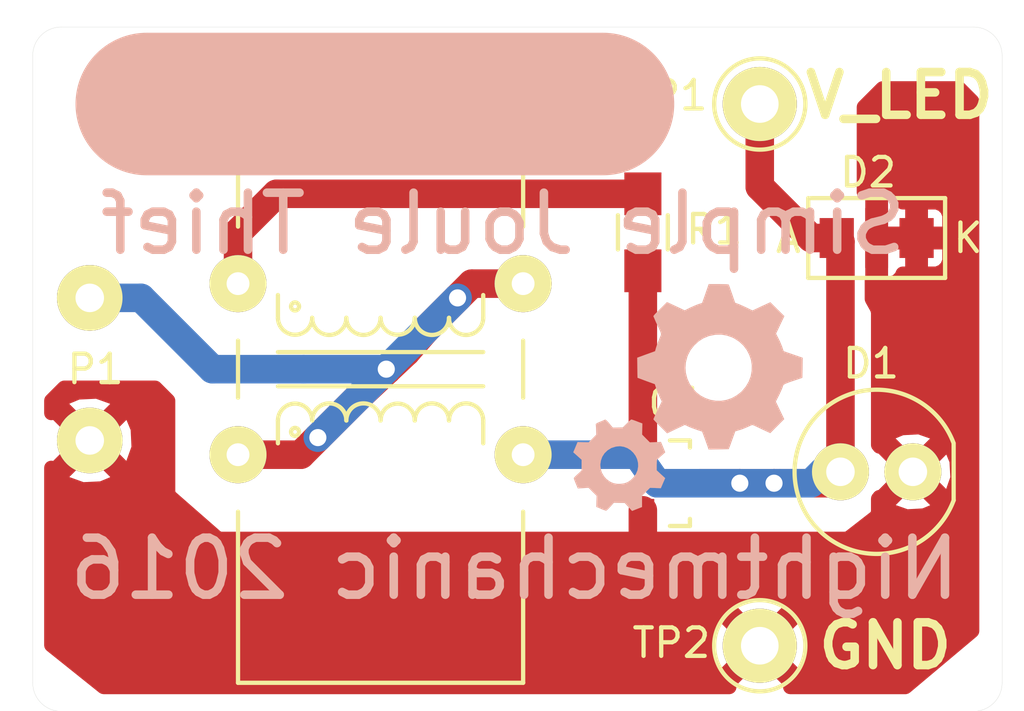
<source format=kicad_pcb>
(kicad_pcb (version 4) (host pcbnew 4.0.1-stable)

  (general
    (links 13)
    (no_connects 0)
    (area 134.475 91.675 171.017858 117.005001)
    (thickness 1.6)
    (drawings 13)
    (tracks 51)
    (zones 0)
    (modules 9)
    (nets 6)
  )

  (page A4)
  (layers
    (0 F.Cu signal)
    (31 B.Cu signal)
    (32 B.Adhes user)
    (33 F.Adhes user)
    (34 B.Paste user)
    (35 F.Paste user)
    (36 B.SilkS user)
    (37 F.SilkS user)
    (38 B.Mask user)
    (39 F.Mask user)
    (40 Dwgs.User user)
    (41 Cmts.User user)
    (42 Eco1.User user)
    (43 Eco2.User user)
    (44 Edge.Cuts user)
    (45 Margin user)
    (46 B.CrtYd user)
    (47 F.CrtYd user)
    (48 B.Fab user)
    (49 F.Fab user)
  )

  (setup
    (last_trace_width 1)
    (trace_clearance 0.3)
    (zone_clearance 0.35)
    (zone_45_only no)
    (trace_min 0.2)
    (segment_width 0.2)
    (edge_width 0.01)
    (via_size 1)
    (via_drill 0.6)
    (via_min_size 0.4)
    (via_min_drill 0.3)
    (uvia_size 0.3)
    (uvia_drill 0.1)
    (uvias_allowed no)
    (uvia_min_size 0.2)
    (uvia_min_drill 0.1)
    (pcb_text_width 0.3)
    (pcb_text_size 1.5 1.5)
    (mod_edge_width 0.15)
    (mod_text_size 1 1)
    (mod_text_width 0.15)
    (pad_size 1.524 1.524)
    (pad_drill 0.762)
    (pad_to_mask_clearance 0.075)
    (aux_axis_origin 0 0)
    (visible_elements 7FFEFFFF)
    (pcbplotparams
      (layerselection 0x010f0_80000001)
      (usegerberextensions true)
      (excludeedgelayer true)
      (linewidth 0.100000)
      (plotframeref false)
      (viasonmask false)
      (mode 1)
      (useauxorigin false)
      (hpglpennumber 1)
      (hpglpenspeed 20)
      (hpglpendiameter 15)
      (hpglpenoverlay 2)
      (psnegative false)
      (psa4output false)
      (plotreference true)
      (plotvalue true)
      (plotinvisibletext false)
      (padsonsilk false)
      (subtractmaskfromsilk false)
      (outputformat 1)
      (mirror false)
      (drillshape 0)
      (scaleselection 1)
      (outputdirectory "Fabrication files/"))
  )

  (net 0 "")
  (net 1 "Net-(D1-Pad1)")
  (net 2 "Net-(D1-Pad2)")
  (net 3 "Net-(P1-Pad2)")
  (net 4 "Net-(Q1-Pad1)")
  (net 5 "Net-(R1-Pad2)")

  (net_class Default "This is the default net class."
    (clearance 0.3)
    (trace_width 1)
    (via_dia 1)
    (via_drill 0.6)
    (uvia_dia 0.3)
    (uvia_drill 0.1)
    (add_net "Net-(D1-Pad1)")
    (add_net "Net-(D1-Pad2)")
    (add_net "Net-(P1-Pad2)")
    (add_net "Net-(Q1-Pad1)")
    (add_net "Net-(R1-Pad2)")
  )

  (net_class thin ""
    (clearance 0.2)
    (trace_width 0.7)
    (via_dia 0.7)
    (via_drill 0.6)
    (uvia_dia 0.3)
    (uvia_drill 0.1)
  )

  (module LED_5mm (layer F.Cu) (tedit 56DD546E) (tstamp 56DD5383)
    (at 165.6 108.6 180)
    (path /56DD3D51)
    (fp_text reference D1 (at 0.2 3.8 180) (layer F.SilkS)
      (effects (font (size 1 1) (thickness 0.15)))
    )
    (fp_text value LED (at 0.4 -3.6 180) (layer F.Fab)
      (effects (font (size 1 1) (thickness 0.15)))
    )
    (fp_line (start -2.7 -1) (end -2.7 1) (layer F.SilkS) (width 0.15))
    (fp_arc (start 0 0) (end -2.7 -1) (angle 319) (layer F.SilkS) (width 0.15))
    (pad 1 thru_hole circle (at -1.27 0 180) (size 2 2) (drill 1) (layers *.Cu *.Mask F.SilkS)
      (net 1 "Net-(D1-Pad1)"))
    (pad 2 thru_hole circle (at 1.27 0 180) (size 2 2) (drill 1) (layers *.Cu *.Mask F.SilkS)
      (net 2 "Net-(D1-Pad2)"))
  )

  (module nightmechanic_pcb:LED_PLCC_2_HEATPAD (layer F.Cu) (tedit 56E1FAF2) (tstamp 56DD538A)
    (at 165.6 100.4 180)
    (path /56DD3DD2)
    (fp_text reference D2 (at 0.3 2.3 180) (layer F.SilkS)
      (effects (font (size 1 1) (thickness 0.15)))
    )
    (fp_text value LED (at -0.2 -3.7 180) (layer F.Fab)
      (effects (font (size 1 1) (thickness 0.15)))
    )
    (fp_text user K (at -3.2 0 180) (layer F.SilkS)
      (effects (font (size 1 1) (thickness 0.15)))
    )
    (fp_text user A (at 3.1 0 180) (layer F.SilkS)
      (effects (font (size 1 1) (thickness 0.15)))
    )
    (fp_line (start 2.3 1.4) (end -2.4 1.4) (layer F.SilkS) (width 0.15))
    (fp_line (start -2.4 1.4) (end -2.4 -1.4) (layer F.SilkS) (width 0.15))
    (fp_line (start -2.4 -1.4) (end 2.4 -1.4) (layer F.SilkS) (width 0.15))
    (fp_line (start 2.4 -1.4) (end 2.4 1.4) (layer F.SilkS) (width 0.15))
    (pad 1 smd rect (at -1.4 0 180) (size 1.2 1.4) (layers F.Cu F.Paste F.Mask)
      (net 1 "Net-(D1-Pad1)"))
    (pad 2 smd rect (at 1.4 0 180) (size 1.2 1.4) (layers F.Cu F.Paste F.Mask)
      (net 2 "Net-(D1-Pad2)"))
    (pad 1 smd rect (at 0 0 180) (size 0.8 2.1) (layers F.Cu F.Paste F.Mask)
      (net 1 "Net-(D1-Pad1)"))
  )

  (module nightmechanic_pcb:conn_2_5mm (layer F.Cu) (tedit 56DD5A95) (tstamp 56DD5390)
    (at 138 105 90)
    (path /56DD3E1F)
    (fp_text reference P1 (at 0 0.2 180) (layer F.SilkS)
      (effects (font (size 1 1) (thickness 0.15)))
    )
    (fp_text value CONN_01X02 (at 0 -2.3 90) (layer F.Fab)
      (effects (font (size 1 1) (thickness 0.15)))
    )
    (pad 1 thru_hole circle (at -2.5 0 90) (size 2.3 2.3) (drill 1) (layers *.Cu *.Mask F.SilkS)
      (net 1 "Net-(D1-Pad1)"))
    (pad 2 thru_hole circle (at 2.5 0 90) (size 2.3 2.3) (drill 1) (layers *.Cu *.Mask F.SilkS)
      (net 3 "Net-(P1-Pad2)"))
  )

  (module TO_SOT_Packages_SMD:SOT-23 (layer F.Cu) (tedit 56DD5A81) (tstamp 56DD5397)
    (at 158.4 109 270)
    (descr "SOT-23, Standard")
    (tags SOT-23)
    (path /56DD387D)
    (attr smd)
    (fp_text reference Q1 (at -2.8 -0.2 360) (layer F.SilkS)
      (effects (font (size 1 1) (thickness 0.15)))
    )
    (fp_text value MMBT3904 (at 0 2.3 270) (layer F.Fab)
      (effects (font (size 1 1) (thickness 0.15)))
    )
    (fp_line (start -1.65 -1.6) (end 1.65 -1.6) (layer F.CrtYd) (width 0.05))
    (fp_line (start 1.65 -1.6) (end 1.65 1.6) (layer F.CrtYd) (width 0.05))
    (fp_line (start 1.65 1.6) (end -1.65 1.6) (layer F.CrtYd) (width 0.05))
    (fp_line (start -1.65 1.6) (end -1.65 -1.6) (layer F.CrtYd) (width 0.05))
    (fp_line (start 1.29916 -0.65024) (end 1.2509 -0.65024) (layer F.SilkS) (width 0.15))
    (fp_line (start -1.49982 0.0508) (end -1.49982 -0.65024) (layer F.SilkS) (width 0.15))
    (fp_line (start -1.49982 -0.65024) (end -1.2509 -0.65024) (layer F.SilkS) (width 0.15))
    (fp_line (start 1.29916 -0.65024) (end 1.49982 -0.65024) (layer F.SilkS) (width 0.15))
    (fp_line (start 1.49982 -0.65024) (end 1.49982 0.0508) (layer F.SilkS) (width 0.15))
    (pad 1 smd rect (at -0.95 1.00076 270) (size 0.8001 0.8001) (layers F.Cu F.Paste F.Mask)
      (net 4 "Net-(Q1-Pad1)"))
    (pad 2 smd rect (at 0.95 1.00076 270) (size 0.8001 0.8001) (layers F.Cu F.Paste F.Mask)
      (net 1 "Net-(D1-Pad1)"))
    (pad 3 smd rect (at 0 -0.99822 270) (size 0.8001 0.8001) (layers F.Cu F.Paste F.Mask)
      (net 2 "Net-(D1-Pad2)"))
    (model TO_SOT_Packages_SMD.3dshapes/SOT-23.wrl
      (at (xyz 0 0 0))
      (scale (xyz 1 1 1))
      (rotate (xyz 0 0 0))
    )
  )

  (module Resistors_SMD:R_0805_HandSoldering (layer F.Cu) (tedit 56E1FB13) (tstamp 56DD539D)
    (at 157.4 100.2 90)
    (descr "Resistor SMD 0805, hand soldering")
    (tags "resistor 0805")
    (path /56DD38A0)
    (attr smd)
    (fp_text reference R1 (at 0.1 2.5 180) (layer F.SilkS)
      (effects (font (size 1 1) (thickness 0.15)))
    )
    (fp_text value R (at 0 2.1 90) (layer F.Fab)
      (effects (font (size 1 1) (thickness 0.15)))
    )
    (fp_line (start -2.4 -1) (end 2.4 -1) (layer F.CrtYd) (width 0.05))
    (fp_line (start -2.4 1) (end 2.4 1) (layer F.CrtYd) (width 0.05))
    (fp_line (start -2.4 -1) (end -2.4 1) (layer F.CrtYd) (width 0.05))
    (fp_line (start 2.4 -1) (end 2.4 1) (layer F.CrtYd) (width 0.05))
    (fp_line (start 0.6 0.875) (end -0.6 0.875) (layer F.SilkS) (width 0.15))
    (fp_line (start -0.6 -0.875) (end 0.6 -0.875) (layer F.SilkS) (width 0.15))
    (pad 1 smd rect (at -1.35 0 90) (size 1.5 1.3) (layers F.Cu F.Paste F.Mask)
      (net 4 "Net-(Q1-Pad1)"))
    (pad 2 smd rect (at 1.35 0 90) (size 1.5 1.3) (layers F.Cu F.Paste F.Mask)
      (net 5 "Net-(R1-Pad2)"))
    (model Resistors_SMD.3dshapes/R_0805_HandSoldering.wrl
      (at (xyz 0 0 0))
      (scale (xyz 1 1 1))
      (rotate (xyz 0 0 0))
    )
  )

  (module nightmechanic_pcb:Transformer_22x10 (layer F.Cu) (tedit 56DD5A76) (tstamp 56DD53C2)
    (at 148.2 105)
    (path /56DD3CC1)
    (fp_text reference T1 (at 6.2 -9.4) (layer F.SilkS)
      (effects (font (size 1 1) (thickness 0.15)))
    )
    (fp_text value TRANSFORMER (at 0 -12) (layer F.Fab)
      (effects (font (size 1 1) (thickness 0.15)))
    )
    (fp_circle (center -3 2.2) (end -2.9 2.3) (layer F.SilkS) (width 0.15))
    (fp_circle (center -3 -2.2) (end -2.9 -2.1) (layer F.SilkS) (width 0.15))
    (fp_line (start 3.6 1.8) (end 3.6 1.9) (layer F.SilkS) (width 0.15))
    (fp_line (start 3.6 1.9) (end 3.6 2.6) (layer F.SilkS) (width 0.15))
    (fp_arc (start 3 1.8) (end 2.4 1.8) (angle 180) (layer F.SilkS) (width 0.15))
    (fp_arc (start 1.8 1.8) (end 1.2 1.8) (angle 180) (layer F.SilkS) (width 0.15))
    (fp_arc (start 0.6 1.8) (end 0 1.8) (angle 180) (layer F.SilkS) (width 0.15))
    (fp_arc (start -0.6 1.8) (end -1.2 1.8) (angle 180) (layer F.SilkS) (width 0.15))
    (fp_arc (start -1.8 1.8) (end -2.4 1.8) (angle 180) (layer F.SilkS) (width 0.15))
    (fp_line (start -3.6 1.8) (end -3.6 2.6) (layer F.SilkS) (width 0.15))
    (fp_arc (start -3 1.8) (end -3.6 1.8) (angle 180) (layer F.SilkS) (width 0.15))
    (fp_line (start 3.6 -1.8) (end 3.6 -2.6) (layer F.SilkS) (width 0.15))
    (fp_line (start -3.6 -1.8) (end -3.6 -2.6) (layer F.SilkS) (width 0.15))
    (fp_arc (start 3 -1.8) (end 2.4 -1.8) (angle -180) (layer F.SilkS) (width 0.15))
    (fp_arc (start 1.8 -1.8) (end 1.2 -1.8) (angle -180) (layer F.SilkS) (width 0.15))
    (fp_arc (start 0.6 -1.8) (end 0 -1.8) (angle -180) (layer F.SilkS) (width 0.15))
    (fp_arc (start -0.6 -1.8) (end -1.2 -1.8) (angle -180) (layer F.SilkS) (width 0.15))
    (fp_arc (start -1.8 -1.8) (end -2.4 -1.8) (angle -180) (layer F.SilkS) (width 0.15))
    (fp_arc (start -3 -1.8) (end -3.6 -1.8) (angle -180) (layer F.SilkS) (width 0.15))
    (fp_line (start 3.6 0.6) (end -3.6 0.6) (layer F.SilkS) (width 0.15))
    (fp_line (start -3.6 -0.6) (end 3.6 -0.6) (layer F.SilkS) (width 0.15))
    (fp_line (start 5 5) (end 5 11) (layer F.SilkS) (width 0.15))
    (fp_line (start 5 11) (end -5 11) (layer F.SilkS) (width 0.15))
    (fp_line (start -5 11) (end -5 5) (layer F.SilkS) (width 0.15))
    (fp_line (start -5 -11) (end 5 -11) (layer F.SilkS) (width 0.15))
    (fp_line (start 5 -11) (end 5 -5) (layer F.SilkS) (width 0.15))
    (fp_line (start -5 -11) (end -5 -5) (layer F.SilkS) (width 0.15))
    (fp_line (start 5 -1) (end 5 1) (layer F.SilkS) (width 0.15))
    (fp_line (start -5 -1) (end -5 1) (layer F.SilkS) (width 0.15))
    (pad 1 thru_hole circle (at -5 -3) (size 2 2) (drill 0.8) (layers *.Cu *.Mask F.SilkS)
      (net 5 "Net-(R1-Pad2)"))
    (pad 4 thru_hole circle (at -5 3) (size 2 2) (drill 0.8) (layers *.Cu *.Mask F.SilkS)
      (net 3 "Net-(P1-Pad2)"))
    (pad 2 thru_hole circle (at 5 -3) (size 2 2) (drill 0.8) (layers *.Cu *.Mask F.SilkS)
      (net 3 "Net-(P1-Pad2)"))
    (pad 3 thru_hole circle (at 5 3) (size 2 2) (drill 0.8) (layers *.Cu *.Mask F.SilkS)
      (net 2 "Net-(D1-Pad2)"))
  )

  (module nightmechanic_pcb:Test_point_glass_1.32 (layer F.Cu) (tedit 56E1FC1A) (tstamp 56E1FAA4)
    (at 161.5 95.7)
    (path /56E1F83D)
    (fp_text reference TP1 (at -3.2 -0.3) (layer F.SilkS)
      (effects (font (size 1 1) (thickness 0.15)))
    )
    (fp_text value Test_point_loop_1.32mm (at 0 -2.8) (layer F.Fab)
      (effects (font (size 1 1) (thickness 0.15)))
    )
    (fp_circle (center 0 0) (end 0 -1.6) (layer F.SilkS) (width 0.15))
    (pad 1 thru_hole circle (at 0 0) (size 2.6 2.6) (drill 1.32) (layers *.Cu *.Mask F.SilkS)
      (net 2 "Net-(D1-Pad2)"))
  )

  (module nightmechanic_pcb:Test_point_glass_1.32 (layer F.Cu) (tedit 56E1FBE7) (tstamp 56E1FAAA)
    (at 161.5 114.7)
    (path /56E1F8AE)
    (fp_text reference TP2 (at -3.1 -0.1) (layer F.SilkS)
      (effects (font (size 1 1) (thickness 0.15)))
    )
    (fp_text value Test_point_loop_1.32mm (at 0 -2.8) (layer F.Fab)
      (effects (font (size 1 1) (thickness 0.15)))
    )
    (fp_circle (center 0 0) (end 0 -1.6) (layer F.SilkS) (width 0.15))
    (pad 1 thru_hole circle (at 0 0) (size 2.6 2.6) (drill 1.32) (layers *.Cu *.Mask F.SilkS)
      (net 1 "Net-(D1-Pad1)"))
  )

  (module Logos:Gears_F.SilkS_10mm_flipped (layer B.Cu) (tedit 0) (tstamp 56E1FF17)
    (at 159 106)
    (fp_text reference VAL (at 0 0) (layer B.SilkS) hide
      (effects (font (size 0.381 0.381) (thickness 0.127)) (justify mirror))
    )
    (fp_text value REF (at 0 0) (layer B.SilkS) hide
      (effects (font (size 0.381 0.381) (thickness 0.127)) (justify mirror))
    )
    (fp_poly (pts (xy -1.79832 -1.40208) (xy -1.4859 -1.51638) (xy -1.17094 -1.63068) (xy -1.143 -1.73736)
      (xy -1.12776 -1.78562) (xy -1.10998 -1.83896) (xy -1.08712 -1.90246) (xy -1.05664 -1.98374)
      (xy -1.01346 -2.08788) (xy -0.97028 -2.19202) (xy -0.9652 -2.21488) (xy -0.9652 -2.24028)
      (xy -0.97536 -2.27838) (xy -0.99314 -2.33172) (xy -1.0287 -2.40792) (xy -1.07696 -2.51206)
      (xy -1.08966 -2.54254) (xy -1.13792 -2.6416) (xy -1.17602 -2.7305) (xy -1.2065 -2.80162)
      (xy -1.22682 -2.84734) (xy -1.22936 -2.86258) (xy -1.21666 -2.88036) (xy -1.1811 -2.92354)
      (xy -1.12522 -2.98196) (xy -1.0541 -3.05562) (xy -0.9906 -3.11912) (xy -0.75184 -3.35534)
      (xy -0.44196 -3.20802) (xy -0.13208 -3.06324) (xy -0.10668 -3.07594) (xy -0.10668 -1.04394)
      (xy -0.09144 -0.86614) (xy -0.0381 -0.66294) (xy 0.04572 -0.48006) (xy 0.15494 -0.32004)
      (xy 0.28448 -0.18288) (xy 0.43434 -0.06858) (xy 0.5969 0.01524) (xy 0.77216 0.0762)
      (xy 0.95504 0.10668) (xy 1.14046 0.10922) (xy 1.32588 0.07874) (xy 1.50876 0.01778)
      (xy 1.68148 -0.0762) (xy 1.84658 -0.2032) (xy 1.87706 -0.23368) (xy 2.01168 -0.3937)
      (xy 2.11328 -0.56896) (xy 2.18186 -0.75184) (xy 2.21488 -0.94234) (xy 2.21996 -1.13284)
      (xy 2.19202 -1.3208) (xy 2.13106 -1.50114) (xy 2.04216 -1.67132) (xy 1.92532 -1.82626)
      (xy 1.778 -1.96342) (xy 1.60274 -2.07772) (xy 1.5494 -2.10566) (xy 1.35128 -2.17678)
      (xy 1.15062 -2.21234) (xy 0.94234 -2.20726) (xy 0.72898 -2.16408) (xy 0.70104 -2.15646)
      (xy 0.51562 -2.07772) (xy 0.34798 -1.9685) (xy 0.19812 -1.8288) (xy 0.07366 -1.66878)
      (xy -0.02032 -1.48844) (xy -0.04064 -1.43256) (xy -0.09144 -1.23698) (xy -0.10668 -1.04394)
      (xy -0.10668 -3.07594) (xy 0.04572 -3.15214) (xy 0.1397 -3.19532) (xy 0.23622 -3.2385)
      (xy 0.32258 -3.27152) (xy 0.35052 -3.28168) (xy 0.47752 -3.32232) (xy 0.59436 -3.65252)
      (xy 0.70866 -3.98526) (xy 1.05664 -3.98526) (xy 1.19126 -3.98272) (xy 1.29032 -3.98018)
      (xy 1.3589 -3.97764) (xy 1.39954 -3.97002) (xy 1.41478 -3.9624) (xy 1.41732 -3.95986)
      (xy 1.42494 -3.93446) (xy 1.44526 -3.87858) (xy 1.4732 -3.79984) (xy 1.50622 -3.70332)
      (xy 1.53162 -3.6322) (xy 1.63576 -3.32994) (xy 1.73228 -3.29438) (xy 1.78816 -3.27152)
      (xy 1.8669 -3.2385) (xy 1.96088 -3.19532) (xy 2.03708 -3.15976) (xy 2.24536 -3.05816)
      (xy 2.46634 -3.1623) (xy 2.56032 -3.20802) (xy 2.6543 -3.24866) (xy 2.7305 -3.28422)
      (xy 2.77876 -3.30708) (xy 2.87274 -3.34772) (xy 3.11658 -3.10388) (xy 3.36296 -2.86004)
      (xy 3.21564 -2.55016) (xy 3.07086 -2.24536) (xy 3.1623 -2.06502) (xy 3.20802 -1.97104)
      (xy 3.24866 -1.87452) (xy 3.28422 -1.78816) (xy 3.29438 -1.75768) (xy 3.33756 -1.63068)
      (xy 3.6703 -1.51638) (xy 4.00558 -1.39954) (xy 4.0005 -1.04902) (xy 3.99542 -0.6985)
      (xy 3.91668 -0.67056) (xy 3.75158 -0.61468) (xy 3.62204 -0.5715) (xy 3.52044 -0.53594)
      (xy 3.44424 -0.50546) (xy 3.3909 -0.4826) (xy 3.35534 -0.46228) (xy 3.33248 -0.4445)
      (xy 3.31978 -0.42672) (xy 3.3147 -0.40894) (xy 3.31216 -0.40132) (xy 3.29946 -0.36068)
      (xy 3.27152 -0.2921) (xy 3.23342 -0.20828) (xy 3.19024 -0.1143) (xy 3.18262 -0.09906)
      (xy 3.06324 0.13716) (xy 3.21056 0.4445) (xy 3.35788 0.75184) (xy 3.1115 0.99822)
      (xy 2.86766 1.2446) (xy 2.56286 1.10236) (xy 2.4638 1.0541) (xy 2.3749 1.01346)
      (xy 2.30378 0.98044) (xy 2.25806 0.96266) (xy 2.24282 0.95758) (xy 2.21742 0.9652)
      (xy 2.16662 0.98552) (xy 2.10058 1.016) (xy 2.0828 1.02362) (xy 1.98882 1.06426)
      (xy 1.88214 1.10744) (xy 1.79324 1.13538) (xy 1.64084 1.1811) (xy 1.55956 1.40716)
      (xy 1.524 1.50368) (xy 1.49098 1.59512) (xy 1.46304 1.67386) (xy 1.44526 1.71958)
      (xy 1.4097 1.80594) (xy 1.05918 1.81356) (xy 0.70612 1.81864) (xy 0.65278 1.66624)
      (xy 0.61722 1.56972) (xy 0.57912 1.4605) (xy 0.54102 1.3589) (xy 0.53848 1.35128)
      (xy 0.47752 1.18872) (xy 0.31242 1.13538) (xy 0.21336 1.09982) (xy 0.10922 1.06172)
      (xy 0.01778 1.02362) (xy 0.00762 1.01854) (xy -0.12954 0.95504) (xy -0.43942 1.10236)
      (xy -0.7493 1.25222) (xy -0.9906 1.01092) (xy -1.06934 0.93218) (xy -1.13538 0.8636)
      (xy -1.18872 0.80772) (xy -1.22174 0.76962) (xy -1.22936 0.75692) (xy -1.22174 0.73406)
      (xy -1.19888 0.68326) (xy -1.16586 0.60706) (xy -1.12268 0.51562) (xy -1.08458 0.43434)
      (xy -0.93726 0.13208) (xy -1.00076 0.00254) (xy -1.03632 -0.07874) (xy -1.07696 -0.1778)
      (xy -1.11506 -0.2794) (xy -1.12268 -0.29972) (xy -1.1811 -0.47498) (xy -1.48336 -0.5842)
      (xy -1.78816 -0.6985) (xy -1.79324 -1.04902) (xy -1.79832 -1.40208) (xy -1.79832 -1.40208)) (layer B.SilkS) (width 0.00254))
    (fp_poly (pts (xy -4.04114 1.91516) (xy -3.96494 1.73482) (xy -3.89128 1.55702) (xy -3.6957 1.5621)
      (xy -3.50012 1.56464) (xy -3.36804 1.43256) (xy -3.23596 1.29794) (xy -3.24104 1.13284)
      (xy -3.24358 1.0541) (xy -3.24612 0.98552) (xy -3.2512 0.94488) (xy -3.25374 0.93726)
      (xy -3.24866 0.92202) (xy -3.2258 0.90424) (xy -3.18262 0.87884) (xy -3.1115 0.84836)
      (xy -3.09372 0.84074) (xy -3.09372 2.34696) (xy -3.08102 2.4892) (xy -3.03784 2.6289)
      (xy -2.96164 2.75844) (xy -2.87782 2.85242) (xy -2.75844 2.94132) (xy -2.63652 2.9972)
      (xy -2.49936 3.0226) (xy -2.39268 3.0226) (xy -2.25298 3.00482) (xy -2.1336 2.96164)
      (xy -2.02692 2.89052) (xy -1.93548 2.80162) (xy -1.84404 2.67716) (xy -1.78816 2.54762)
      (xy -1.7653 2.413) (xy -1.77038 2.28092) (xy -1.80086 2.15392) (xy -1.85674 2.03708)
      (xy -1.93548 1.9304) (xy -2.032 1.83896) (xy -2.14376 1.76784) (xy -2.26822 1.72212)
      (xy -2.40284 1.7018) (xy -2.54508 1.7145) (xy -2.6924 1.76022) (xy -2.70764 1.7653)
      (xy -2.83972 1.84658) (xy -2.9464 1.95072) (xy -3.02514 2.07264) (xy -3.0734 2.20726)
      (xy -3.09372 2.34696) (xy -3.09372 0.84074) (xy -3.0099 0.80518) (xy -2.91846 0.76708)
      (xy -2.8956 0.77978) (xy -2.8575 0.8128) (xy -2.8067 0.86614) (xy -2.77622 0.90424)
      (xy -2.6543 1.04902) (xy -2.47904 1.04648) (xy -2.30632 1.04394) (xy -2.16408 0.90424)
      (xy -2.10058 0.84328) (xy -2.04978 0.79756) (xy -2.01422 0.76962) (xy -2.00152 0.76454)
      (xy -1.97612 0.77216) (xy -1.92278 0.78994) (xy -1.85166 0.81534) (xy -1.80086 0.83566)
      (xy -1.61798 0.90424) (xy -1.62306 1.09982) (xy -1.62814 1.29286) (xy -1.49352 1.43002)
      (xy -1.35636 1.56718) (xy -1.16078 1.55956) (xy -0.9652 1.55194) (xy -0.889 1.73482)
      (xy -0.81534 1.9177) (xy -0.9271 2.01676) (xy -0.98806 2.0701) (xy -1.03886 2.11582)
      (xy -1.07442 2.14376) (xy -1.07696 2.14376) (xy -1.09474 2.16154) (xy -1.1049 2.19202)
      (xy -1.10998 2.24028) (xy -1.11252 2.31394) (xy -1.11506 2.35966) (xy -1.11506 2.54762)
      (xy -0.96774 2.68478) (xy -0.81788 2.82194) (xy -0.89408 2.9972) (xy -0.97028 3.175)
      (xy -1.16078 3.16738) (xy -1.35128 3.1623) (xy -1.49098 3.302) (xy -1.63068 3.4417)
      (xy -1.63068 3.63982) (xy -1.63068 3.8354) (xy -1.80594 3.90398) (xy -1.97866 3.97256)
      (xy -2.1082 3.83286) (xy -2.23774 3.69316) (xy -2.42824 3.69062) (xy -2.61874 3.68554)
      (xy -2.74066 3.82524) (xy -2.79654 3.88366) (xy -2.8448 3.93192) (xy -2.88036 3.95986)
      (xy -2.89052 3.9624) (xy -2.921 3.95478) (xy -2.97688 3.937) (xy -3.048 3.90906)
      (xy -3.07594 3.89636) (xy -3.23342 3.83032) (xy -3.22834 3.63728) (xy -3.22326 3.4417)
      (xy -3.3655 3.302) (xy -3.5052 3.15976) (xy -3.69316 3.17246) (xy -3.88112 3.18516)
      (xy -3.95224 3.01752) (xy -3.98272 2.94132) (xy -4.00812 2.87782) (xy -4.02082 2.83464)
      (xy -4.02336 2.82448) (xy -4.01066 2.80416) (xy -3.97256 2.76098) (xy -3.91922 2.71018)
      (xy -3.8862 2.6797) (xy -3.74904 2.55524) (xy -3.74904 2.36728) (xy -3.74904 2.17678)
      (xy -3.89636 2.0447) (xy -4.04114 1.91516) (xy -4.04114 1.91516)) (layer B.SilkS) (width 0.00254))
  )

  (gr_line (start 156 95.7) (end 140 95.7) (angle 90) (layer B.SilkS) (width 5))
  (gr_text V_LED (at 166.4 95.4) (layer F.SilkS)
    (effects (font (size 1.5 1.5) (thickness 0.3)))
  )
  (gr_text "GND\n" (at 165.9 114.7) (layer F.SilkS)
    (effects (font (size 1.5 1.5) (thickness 0.3)))
  )
  (gr_text "Nightmechanic 2016" (at 152.9 112) (layer B.SilkS)
    (effects (font (size 2 2) (thickness 0.3)) (justify mirror))
  )
  (gr_text "Simple Joule Thief" (at 152.5 99.9) (layer B.SilkS)
    (effects (font (size 2 2) (thickness 0.3)) (justify mirror))
  )
  (gr_arc (start 137 116) (end 137 117) (angle 90) (layer Edge.Cuts) (width 0.01))
  (gr_arc (start 169 116) (end 170 116) (angle 90) (layer Edge.Cuts) (width 0.01))
  (gr_arc (start 137 94) (end 136 94) (angle 90) (layer Edge.Cuts) (width 0.01))
  (gr_arc (start 169 94) (end 169 93) (angle 90) (layer Edge.Cuts) (width 0.01))
  (gr_line (start 136 116) (end 136 94) (layer Edge.Cuts) (width 0.01))
  (gr_line (start 169 117) (end 137 117) (layer Edge.Cuts) (width 0.01))
  (gr_line (start 170 94) (end 170 116) (layer Edge.Cuts) (width 0.01))
  (gr_line (start 137 93) (end 169 93) (angle 90) (layer Edge.Cuts) (width 0.01))

  (segment (start 157.39924 109.95) (end 157.39924 111.89924) (width 1) (layer F.Cu) (net 1))
  (segment (start 157.39924 111.89924) (end 157.4 111.9) (width 1) (layer F.Cu) (net 1) (tstamp 56E1FAC7))
  (segment (start 166.87 100.53) (end 167 100.4) (width 1) (layer F.Cu) (net 1) (tstamp 56DD5680))
  (segment (start 166.87 100.53) (end 167 100.4) (width 1) (layer F.Cu) (net 1) (tstamp 56DD5676))
  (segment (start 164.33 108.6) (end 163.7 108.6) (width 1) (layer B.Cu) (net 2) (status C00000))
  (segment (start 163.7 108.6) (end 163.3 109) (width 1) (layer B.Cu) (net 2) (tstamp 56E20BEE) (status 400000))
  (segment (start 163.3 109) (end 157.9 109) (width 1) (layer B.Cu) (net 2) (tstamp 56E20BF4))
  (segment (start 160.8 109) (end 162 109) (width 1) (layer F.Cu) (net 2))
  (segment (start 162 109) (end 163.93 109) (width 1) (layer F.Cu) (net 2) (status 800000))
  (segment (start 163.93 109) (end 164.33 108.6) (width 1) (layer F.Cu) (net 2) (tstamp 56E20A92) (status C00000))
  (segment (start 162 109) (end 162.2 109) (width 1) (layer B.Cu) (net 2) (tstamp 56E20A61))
  (via (at 162 109) (size 1) (drill 0.6) (layers F.Cu B.Cu) (net 2))
  (segment (start 159.39822 109) (end 160.8 109) (width 1) (layer F.Cu) (net 2) (status 400000))
  (via (at 160.8 109) (size 1) (drill 0.6) (layers F.Cu B.Cu) (net 2))
  (segment (start 163.7 108.6) (end 163.3 109) (width 1) (layer B.Cu) (net 2) (tstamp 56E20A3C) (status 400000))
  (segment (start 153.2 108) (end 157.2 108) (width 1) (layer B.Cu) (net 2))
  (segment (start 157.9 109) (end 160.8 109) (width 1) (layer B.Cu) (net 2) (tstamp 56DD5975))
  (segment (start 157.2 108) (end 157.9 109) (width 1) (layer B.Cu) (net 2) (tstamp 56DD5965))
  (segment (start 163.3 109) (end 162.2 109) (width 1) (layer B.Cu) (net 2) (tstamp 56E20A40))
  (segment (start 164.2 100.4) (end 163.3 100.4) (width 1) (layer F.Cu) (net 2))
  (segment (start 161.5 98.6) (end 161.5 95.7) (width 1) (layer F.Cu) (net 2) (tstamp 56E1FAD0))
  (segment (start 163.3 100.4) (end 161.5 98.6) (width 1) (layer F.Cu) (net 2) (tstamp 56E1FACE))
  (segment (start 164.33 108.6) (end 164.33 100.53) (width 1) (layer F.Cu) (net 2))
  (segment (start 164.33 100.53) (end 164.2 100.4) (width 1) (layer F.Cu) (net 2) (tstamp 56DD599B))
  (segment (start 148.4 105) (end 146 107.4) (width 1) (layer B.Cu) (net 3))
  (via (at 146 107.4) (size 1) (drill 0.6) (layers F.Cu B.Cu) (net 3))
  (segment (start 148.4 105) (end 150.9 102.5) (width 1) (layer B.Cu) (net 3))
  (via (at 150.9 102.5) (size 1) (drill 0.6) (layers F.Cu B.Cu) (net 3))
  (segment (start 138 102.5) (end 139.8 102.5) (width 1) (layer B.Cu) (net 3) (status 400000))
  (segment (start 139.8 102.5) (end 142.3 105) (width 1) (layer B.Cu) (net 3) (tstamp 56E20D55))
  (segment (start 142.3 105) (end 145.5 105) (width 1) (layer B.Cu) (net 3) (tstamp 56E20D62))
  (segment (start 148.428732 105.028732) (end 148.428732 105.030585) (width 1) (layer F.Cu) (net 3) (tstamp 56E20D6D))
  (segment (start 148.4 105) (end 148.428732 105.028732) (width 1) (layer F.Cu) (net 3) (tstamp 56E20D6C))
  (via (at 148.4 105) (size 1) (drill 0.6) (layers F.Cu B.Cu) (net 3))
  (segment (start 145.5 105) (end 148.4 105) (width 1) (layer B.Cu) (net 3) (tstamp 56E20D8D))
  (segment (start 143 107.8) (end 143.2 108) (width 1) (layer B.Cu) (net 3) (tstamp 56DD59E2))
  (segment (start 143.2 108) (end 145.4 108) (width 1) (layer F.Cu) (net 3))
  (segment (start 145.4 108) (end 146 107.4) (width 1) (layer F.Cu) (net 3) (tstamp 56DD5647))
  (segment (start 151.4 102) (end 153.2 102) (width 1) (layer F.Cu) (net 3) (tstamp 56DD5651))
  (segment (start 149.8 103.6) (end 150.9 102.5) (width 1) (layer F.Cu) (net 3) (tstamp 56E207B8))
  (segment (start 148.428732 105.030585) (end 149.1 104.4) (width 1) (layer F.Cu) (net 3) (tstamp 56E20D70))
  (segment (start 149.1 104.4) (end 149.8 103.6) (width 1) (layer F.Cu) (net 3) (tstamp 56E2077A))
  (segment (start 150.9 102.5) (end 151.4 102) (width 1) (layer F.Cu) (net 3) (tstamp 56E20E31))
  (segment (start 146 107.4) (end 147.4 106) (width 1) (layer F.Cu) (net 3) (tstamp 56E20E42))
  (segment (start 147.45 105.95) (end 148.428732 105.030585) (width 1) (layer F.Cu) (net 3) (tstamp 56E2078E))
  (segment (start 147.4 106) (end 147.45 105.95) (width 1) (layer F.Cu) (net 3) (tstamp 56E20D80))
  (segment (start 157.39924 108.05) (end 157.39924 101.55076) (width 1) (layer F.Cu) (net 4))
  (segment (start 157.39924 101.55076) (end 157.4 101.55) (width 1) (layer F.Cu) (net 4) (tstamp 56DD5923))
  (segment (start 143.2 102) (end 143.2 100.2) (width 1) (layer F.Cu) (net 5))
  (segment (start 144.55 98.85) (end 157.4 98.85) (width 1) (layer F.Cu) (net 5) (tstamp 56DD563F))
  (segment (start 143.2 100.2) (end 144.55 98.85) (width 1) (layer F.Cu) (net 5) (tstamp 56DD5638))

  (zone (net 1) (net_name "Net-(D1-Pad1)") (layer F.Cu) (tstamp 56E1FAC0) (hatch edge 0.508)
    (connect_pads (clearance 0.35))
    (min_thickness 0.5)
    (fill yes (arc_segments 16) (thermal_gap 0.3) (thermal_bridge_width 0.8))
    (polygon
      (pts
        (xy 137 105.4) (xy 136.4 106) (xy 136.4 114.8) (xy 138.4 116.4) (xy 166.7 116.4)
        (xy 169.2 114.3) (xy 169.2 95.5) (xy 168.6 94.9) (xy 166 94.9) (xy 165.7 94.9)
        (xy 165.3 95.3) (xy 164.9 95.7) (xy 164.9 102.1) (xy 165.4 103) (xy 165.4 110)
        (xy 164.5 110.7) (xy 142.6 110.7) (xy 141 109.3) (xy 141 106) (xy 140.4 105.4)
      )
    )
    (filled_polygon
      (pts
        (xy 168.95 95.603554) (xy 168.95 114.183504) (xy 166.608933 116.15) (xy 162.567295 116.15) (xy 162.625925 116.038057)
        (xy 161.5 114.912132) (xy 160.374075 116.038057) (xy 160.432705 116.15) (xy 138.487695 116.15) (xy 136.65 114.679844)
        (xy 136.65 114.406915) (xy 159.636665 114.406915) (xy 159.666344 115.142292) (xy 159.890662 115.683843) (xy 160.161943 115.825925)
        (xy 161.287868 114.7) (xy 161.712132 114.7) (xy 162.838057 115.825925) (xy 163.109338 115.683843) (xy 163.363335 114.993085)
        (xy 163.333656 114.257708) (xy 163.109338 113.716157) (xy 162.838057 113.574075) (xy 161.712132 114.7) (xy 161.287868 114.7)
        (xy 160.161943 113.574075) (xy 159.890662 113.716157) (xy 159.636665 114.406915) (xy 136.65 114.406915) (xy 136.65 113.361943)
        (xy 160.374075 113.361943) (xy 161.5 114.487868) (xy 162.625925 113.361943) (xy 162.483843 113.090662) (xy 161.793085 112.836665)
        (xy 161.057708 112.866344) (xy 160.516157 113.090662) (xy 160.374075 113.361943) (xy 136.65 113.361943) (xy 136.65 108.729475)
        (xy 136.982657 108.729475) (xy 137.106364 108.98518) (xy 137.742742 109.214107) (xy 138.418285 109.182077) (xy 138.893636 108.98518)
        (xy 139.017343 108.729475) (xy 138 107.712132) (xy 136.982657 108.729475) (xy 136.65 108.729475) (xy 136.65 108.459034)
        (xy 136.770525 108.517343) (xy 137.787868 107.5) (xy 138.212132 107.5) (xy 139.229475 108.517343) (xy 139.48518 108.393636)
        (xy 139.714107 107.757258) (xy 139.682077 107.081715) (xy 139.48518 106.606364) (xy 139.229475 106.482657) (xy 138.212132 107.5)
        (xy 137.787868 107.5) (xy 136.770525 106.482657) (xy 136.65 106.540966) (xy 136.65 106.270525) (xy 136.982657 106.270525)
        (xy 138 107.287868) (xy 139.017343 106.270525) (xy 138.893636 106.01482) (xy 138.257258 105.785893) (xy 137.581715 105.817923)
        (xy 137.106364 106.01482) (xy 136.982657 106.270525) (xy 136.65 106.270525) (xy 136.65 106.103554) (xy 137.103554 105.65)
        (xy 140.296446 105.65) (xy 140.75 106.103554) (xy 140.75 109.3) (xy 140.769696 109.397264) (xy 140.835374 109.488144)
        (xy 142.435374 110.888144) (xy 142.521543 110.93737) (xy 142.6 110.95) (xy 164.5 110.95) (xy 164.597264 110.930304)
        (xy 164.653485 110.897338) (xy 165.553485 110.197338) (xy 165.618168 110.122076) (xy 165.65 110) (xy 165.65 109.720798)
        (xy 165.961334 109.720798) (xy 166.066631 109.960939) (xy 166.648592 110.164779) (xy 167.264261 110.130396) (xy 167.673369 109.960939)
        (xy 167.778666 109.720798) (xy 166.87 108.812132) (xy 165.961334 109.720798) (xy 165.65 109.720798) (xy 165.65 109.543072)
        (xy 165.685623 109.507511) (xy 165.69501 109.484904) (xy 165.749202 109.508666) (xy 166.657868 108.6) (xy 167.082132 108.6)
        (xy 167.990798 109.508666) (xy 168.230939 109.403369) (xy 168.434779 108.821408) (xy 168.400396 108.205739) (xy 168.230939 107.796631)
        (xy 167.990798 107.691334) (xy 167.082132 108.6) (xy 166.657868 108.6) (xy 165.749202 107.691334) (xy 165.695482 107.714889)
        (xy 165.687205 107.694857) (xy 165.65 107.657587) (xy 165.65 107.479202) (xy 165.961334 107.479202) (xy 166.87 108.387868)
        (xy 167.778666 107.479202) (xy 167.673369 107.239061) (xy 167.091408 107.035221) (xy 166.475739 107.069604) (xy 166.066631 107.239061)
        (xy 165.961334 107.479202) (xy 165.65 107.479202) (xy 165.65 103) (xy 165.618539 102.878589) (xy 165.43 102.539219)
        (xy 165.43 101.8825) (xy 165.45 101.8625) (xy 165.45 100.55) (xy 165.75 100.55) (xy 165.75 101.8625)
        (xy 165.8875 102) (xy 166.109402 102) (xy 166.31155 101.916267) (xy 166.466268 101.76155) (xy 166.512473 101.65)
        (xy 166.7125 101.65) (xy 166.85 101.5125) (xy 166.85 100.55) (xy 167.15 100.55) (xy 167.15 101.5125)
        (xy 167.2875 101.65) (xy 167.709402 101.65) (xy 167.91155 101.566267) (xy 168.066268 101.41155) (xy 168.15 101.209402)
        (xy 168.15 100.6875) (xy 168.0125 100.55) (xy 167.15 100.55) (xy 166.85 100.55) (xy 165.75 100.55)
        (xy 165.45 100.55) (xy 165.43 100.55) (xy 165.43 100.25) (xy 165.45 100.25) (xy 165.45 98.9375)
        (xy 165.75 98.9375) (xy 165.75 100.25) (xy 166.85 100.25) (xy 166.85 99.2875) (xy 167.15 99.2875)
        (xy 167.15 100.25) (xy 168.0125 100.25) (xy 168.15 100.1125) (xy 168.15 99.590598) (xy 168.066268 99.38845)
        (xy 167.91155 99.233733) (xy 167.709402 99.15) (xy 167.2875 99.15) (xy 167.15 99.2875) (xy 166.85 99.2875)
        (xy 166.7125 99.15) (xy 166.512473 99.15) (xy 166.466268 99.03845) (xy 166.31155 98.883733) (xy 166.109402 98.8)
        (xy 165.8875 98.8) (xy 165.75 98.9375) (xy 165.45 98.9375) (xy 165.3125 98.8) (xy 165.15 98.8)
        (xy 165.15 95.803554) (xy 165.803554 95.15) (xy 168.496446 95.15)
      )
    )
  )
)

</source>
